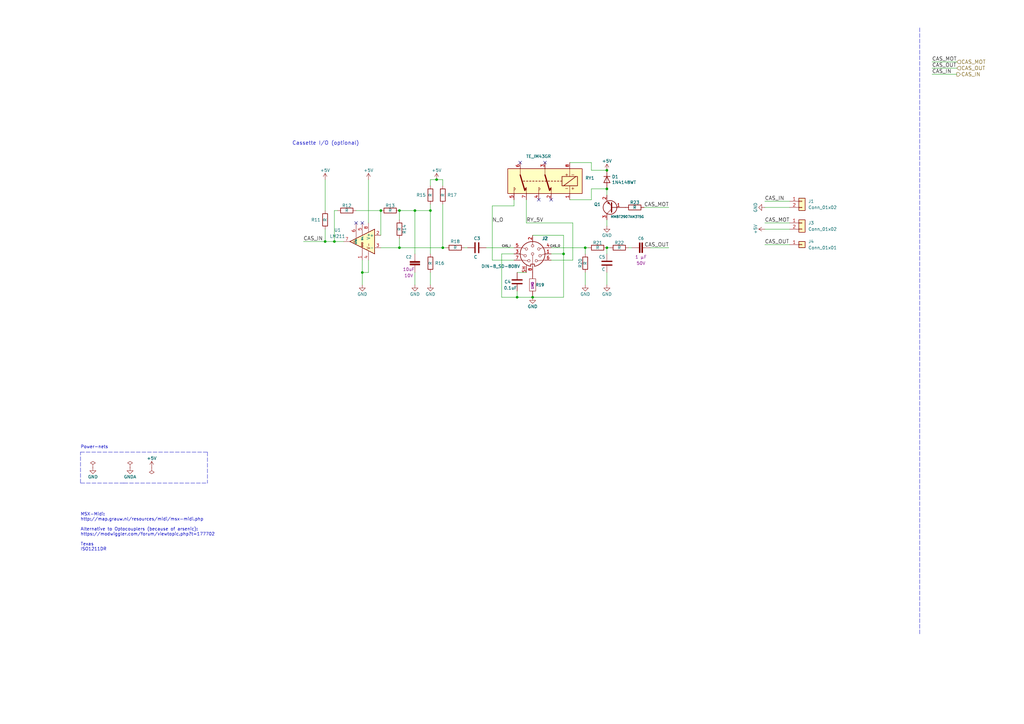
<source format=kicad_sch>
(kicad_sch (version 20211123) (generator eeschema)
  (paper "A3")
  (lib_symbols
    (symbol "Connector_Generic:Conn_01x01" (pin_names (offset 1.016) hide)
      (property "Reference" "J" (at 0 2.54 0))
      (property "Value" "Conn_01x01" (at 0 -2.54 0))
      (symbol "Conn_01x01_1_1"
        (rectangle (start -1.27 0.127) (end 0 -0.127) (stroke (width 0.1524)))
        (rectangle (start -1.27 1.27) (end 1.27 -1.27) (stroke (width 0.254)) (fill (type background)))
        (pin passive line (at -5.08 0 0) (length 3.81) (name "Pin_1") (number "1"))
      )
    )
    (symbol "Connector_Generic:Conn_01x02" (pin_names (offset 1.016) hide)
      (property "Reference" "J" (at 0 2.54 0))
      (property "Value" "Conn_01x02" (at 0 -5.08 0))
      (symbol "Conn_01x02_1_1"
        (rectangle (start -1.27 -2.413) (end 0 -2.667) (stroke (width 0.1524)))
        (rectangle (start -1.27 0.127) (end 0 -0.127) (stroke (width 0.1524)))
        (rectangle (start -1.27 1.27) (end 1.27 -3.81) (stroke (width 0.254)) (fill (type background)))
        (pin passive line (at -5.08 0 0) (length 3.81) (name "Pin_1") (number "1"))
        (pin passive line (at -5.08 -2.54 0) (length 3.81) (name "Pin_2") (number "2"))
      )
    )
    (symbol "Device:C" (pin_numbers hide) (pin_names (offset 0.254))
      (property "Reference" "C" (at 0.635 2.54 0))
      (property "Value" "C" (at 0.635 -2.54 0))
      (symbol "C_0_1"
        (polyline (pts (xy -2.032 -0.762) (xy 2.032 -0.762)) (stroke (width 0.508)))
        (polyline (pts (xy -2.032 0.762) (xy 2.032 0.762)) (stroke (width 0.508)))
      )
      (symbol "C_1_1"
        (pin passive line (at 0 3.81 270) (length 2.794) (name "~") (number "1"))
        (pin passive line (at 0 -3.81 90) (length 2.794) (name "~") (number "2"))
      )
    )
    (symbol "Device:R" (pin_numbers hide) (pin_names (offset 0))
      (property "Reference" "R" (at 2.032 0 90))
      (property "Value" "R" (at 0 0 90))
      (symbol "R_0_1"
        (rectangle (start -1.016 -2.54) (end 1.016 2.54) (stroke (width 0.254)))
      )
      (symbol "R_1_1"
        (pin passive line (at 0 3.81 270) (length 1.27) (name "~") (number "1"))
        (pin passive line (at 0 -3.81 90) (length 1.27) (name "~") (number "2"))
      )
    )
    (symbol "Diode:1N4148WT" (pin_numbers hide) (pin_names (offset 1.016) hide)
      (property "Reference" "D" (at 0 2.54 0))
      (property "Value" "1N4148WT" (at 0 -2.54 0))
      (symbol "1N4148WT_0_1"
        (polyline (pts (xy -1.27 1.27) (xy -1.27 -1.27)) (stroke (width 0.254)))
        (polyline (pts (xy 1.27 0) (xy -1.27 0)))
        (polyline (pts (xy 1.27 1.27) (xy 1.27 -1.27) (xy -1.27 0) (xy 1.27 1.27)) (stroke (width 0.254)))
      )
      (symbol "1N4148WT_1_1"
        (pin passive line (at -3.81 0 0) (length 2.54) (name "K") (number "1"))
        (pin passive line (at 3.81 0 180) (length 2.54) (name "A") (number "2"))
      )
    )
    (symbol "LRJ-parts:C_CL21B105KBFNNNF" (pin_numbers hide) (pin_names (offset 1.016) hide)
      (property "Reference" "C" (at 1.524 2.921 0))
      (property "Capacitance" "1 µF" (at -5.08 1.27 0))
      (property "Voltage rating" "50V" (at -5.08 -1.27 0))
      (symbol "C_CL21B105KBFNNNF_1_0"
        (polyline (pts (xy 0 0) (xy 0 0.508)))
        (polyline (pts (xy 0 2.54) (xy 0 2.032)))
      )
      (symbol "C_CL21B105KBFNNNF_1_1"
        (rectangle (start -2.032 0.508) (end 2.032 1.016) (fill (type outline)))
        (rectangle (start -2.032 1.524) (end 2.032 2.032) (fill (type outline)))
        (pin passive line (at 0 5.08 270) (length 2.54) (name "1") (number "1"))
        (pin passive line (at 0 -2.54 90) (length 2.54) (name "2") (number "2"))
      )
    )
    (symbol "LRJ-parts:C_GRM21BR71A106KA73K" (pin_numbers hide) (pin_names (offset 1.016) hide)
      (property "Reference" "C" (at 1.524 1.651 0))
      (property "MPN" "GRM21BR71A106KA73K" (at 15.24 3.81 0))
      (property "Capacitance" "10uF" (at -5.08 0 0))
      (property "Voltage rating" "10V" (at -5.08 -2.54 0))
      (symbol "C_GRM21BR71A106KA73K_1_0"
        (polyline (pts (xy 0 -1.27) (xy 0 -0.762)))
        (polyline (pts (xy 0 1.27) (xy 0 0.762)))
      )
      (symbol "C_GRM21BR71A106KA73K_1_1"
        (rectangle (start -2.032 -0.762) (end 2.032 -0.254) (fill (type outline)))
        (rectangle (start -2.032 0.254) (end 2.032 0.762) (fill (type outline)))
        (pin passive line (at 0 3.81 270) (length 2.54) (name "1") (number "1"))
        (pin passive line (at 0 -3.81 90) (length 2.54) (name "2") (number "2"))
      )
    )
    (symbol "LRJ-parts:DIN-8_SD-80BV" (pin_names (offset 1.016))
      (property "Reference" "J" (at 3.175 5.715 0))
      (property "Value" "DIN-8_SD-80BV" (at 5.08 -5.08 0))
      (symbol "DIN-8_SD-80BV_0_1"
        (arc (start -5.08 0) (mid -3.8597 -3.3379) (end -0.762 -5.08) (stroke (width 0.254)))
        (circle (center -3.048 -0.762) (radius 0.508))
        (circle (center -2.54 2.032) (radius 0.508))
        (circle (center -1.524 -2.794) (radius 0.508))
        (polyline (pts (xy -5.08 0) (xy -3.556 -0.508)))
        (polyline (pts (xy 0 -0.508) (xy 0 -5.08)))
        (polyline (pts (xy 0 5.08) (xy 0 3.81)))
        (polyline (pts (xy 2.54 -5.08) (xy 2.54 -4.445)))
        (polyline (pts (xy 5.08 0) (xy 3.556 -0.508)))
        (polyline (pts (xy -5.08 -2.54) (xy -4.318 -2.54) (xy -2.032 -2.794)))
        (polyline (pts (xy -5.08 2.54) (xy -4.318 2.54) (xy -3.048 2.286)))
        (polyline (pts (xy 5.08 -2.54) (xy 4.318 -2.54) (xy 2.032 -2.794)))
        (polyline (pts (xy 5.08 2.54) (xy 4.318 2.54) (xy 3.048 2.286)))
        (polyline (pts (xy -0.762 -4.953) (xy -0.762 -4.191) (xy 0.762 -4.191) (xy 0.762 -4.953)) (stroke (width 0.254)))
        (circle (center 0 0) (radius 0.508))
        (circle (center 0 3.302) (radius 0.508))
        (arc (start 0.762 -5.08) (mid 3.8673 -3.3444) (end 5.08 0) (stroke (width 0.254)))
        (circle (center 1.524 -2.794) (radius 0.508))
        (circle (center 2.54 2.032) (radius 0.508))
        (circle (center 3.048 -0.762) (radius 0.508))
        (arc (start 5.08 0) (mid 0 5.08) (end -5.08 0) (stroke (width 0.254)))
      )
      (symbol "DIN-8_SD-80BV_1_1"
        (pin passive line (at -7.62 0 0) (length 2.54) (name "1") (number "1"))
        (pin passive line (at 0 7.62 270) (length 2.54) (name "2") (number "2"))
        (pin passive line (at 7.62 0 180) (length 2.54) (name "3") (number "3"))
        (pin passive line (at -7.62 2.54 0) (length 2.54) (name "4") (number "4"))
        (pin passive line (at 7.62 2.54 180) (length 2.54) (name "5") (number "5"))
        (pin passive line (at -7.62 -2.54 0) (length 2.54) (name "6") (number "6"))
        (pin passive line (at 7.62 -2.54 180) (length 2.54) (name "7") (number "7"))
        (pin passive line (at 0 -7.62 90) (length 2.54) (name "8") (number "8"))
        (pin passive line (at 2.54 -7.62 90) (length 2.54) (name "SH") (number "SH"))
      )
    )
    (symbol "LRJ-parts:LM211" (pin_names (offset 0.254))
      (property "Reference" "U" (at 3.81 6.35 0))
      (property "Value" "LM211" (at 3.81 3.81 0))
      (symbol "LM211_0_1"
        (polyline (pts (xy -2.54 -3.81) (xy -2.54 -5.08)))
        (polyline (pts (xy 0 -2.54) (xy 0 -5.08)))
        (polyline (pts (xy 5.08 0) (xy -5.08 5.08) (xy -5.08 -5.08) (xy 5.08 0)) (stroke (width 0.254)) (fill (type background)))
        (polyline (pts (xy 3.683 -0.381) (xy 3.302 -0.381) (xy 3.683 0) (xy 3.302 0.381) (xy 2.921 0) (xy 3.302 -0.381) (xy 2.921 -0.381)) (stroke (width 0.127)))
      )
      (symbol "LM211_1_0"
        (text "GND" (at 0 -1.27 900) (effects (font (size 0.635 0.635))))
        (text "V-" (at -2.54 -1.905 900) (effects (font (size 1.27 1.27))))
      )
      (symbol "LM211_1_1"
        (pin passive line (at 0 -7.62 90) (length 2.54) (name "GND") (number "1"))
        (pin input line (at -7.62 2.54 0) (length 2.54) (name "+") (number "2"))
        (pin input line (at -7.62 -2.54 0) (length 2.54) (name "-") (number "3"))
        (pin power_in line (at -2.54 -7.62 90) (length 2.54) (name "V-") (number "4"))
        (pin input line (at 0 7.62 270) (length 5.08) (name "BAL") (number "5"))
        (pin input line (at 2.54 7.62 270) (length 6.35) (name "STRB") (number "6"))
        (pin open_collector line (at 7.62 0 180) (length 2.54) (name "COL_OUT") (number "7"))
        (pin power_in line (at -2.54 7.62 270) (length 3.81) (name "V+") (number "8"))
      )
    )
    (symbol "LRJ-parts:MMBT2907AM3T5G" (pin_names (offset 0) hide)
      (property "Reference" "Q" (at 5.08 1.905 0))
      (property "Value" "MMBT2907AM3T5G" (at 5.08 0 0))
      (symbol "MMBT2907AM3T5G_0_1"
        (polyline (pts (xy 0.635 0.635) (xy 2.54 2.54)))
        (polyline (pts (xy 0.635 -0.635) (xy 2.54 -2.54) (xy 2.54 -2.54)))
        (polyline (pts (xy 0.635 1.905) (xy 0.635 -1.905) (xy 0.635 -1.905)) (stroke (width 0.508)))
        (polyline (pts (xy 2.286 -1.778) (xy 1.778 -2.286) (xy 1.27 -1.27) (xy 2.286 -1.778) (xy 2.286 -1.778)) (fill (type outline)))
        (circle (center 1.27 0) (radius 2.8194) (stroke (width 0.254)))
      )
      (symbol "MMBT2907AM3T5G_1_1"
        (pin input line (at -5.08 0 0) (length 5.715) (name "B") (number "1"))
        (pin passive line (at 2.54 -5.08 90) (length 2.54) (name "E") (number "2"))
        (pin passive line (at 2.54 5.08 270) (length 2.54) (name "C") (number "3"))
      )
    )
    (symbol "LRJ-parts:R_ERJ-3GEYJ105V" (pin_numbers hide) (pin_names (offset 1.016) hide)
      (property "Reference" "R" (at -5.08 1.27 0))
      (property "Value" "R_ERJ-3GEYJ105V" (at -10.16 -3.81 0))
      (property "Resistance" "1MΩ" (at 0 0 0))
      (symbol "R_ERJ-3GEYJ105V_0_1"
        (rectangle (start -2.54 1.27) (end 2.54 -1.27))
      )
      (symbol "R_ERJ-3GEYJ105V_1_1"
        (pin passive line (at -5.08 0 0) (length 2.54) (name "1") (number "1"))
        (pin passive line (at 5.08 0 180) (length 2.54) (name "2") (number "2"))
      )
    )
    (symbol "LRJ-parts:TE_IM43GR" (pin_names (offset 0.762))
      (property "Reference" "RY" (at -17.78 7.62 0))
      (property "Value" "TE_IM43GR" (at -2.54 -10.16 0))
      (symbol "TE_IM43GR_0_0"
        (text "+ -" (at -10.16 -2.667 0) (effects (font (size 1.27 1.27))))
        (text "- +" (at -10.16 2.921 0) (effects (font (size 1.27 1.27))))
      )
      (symbol "TE_IM43GR_0_1"
        (rectangle (start -15.24 5.08) (end 15.24 -5.08) (stroke (width 0.254)) (fill (type background)))
        (rectangle (start -13.335 1.905) (end -6.985 -1.905) (stroke (width 0.254)))
        (polyline (pts (xy -12.7 -1.905) (xy -7.62 1.905)) (stroke (width 0.254)))
        (polyline (pts (xy -10.16 -5.08) (xy -10.16 -1.905)))
        (polyline (pts (xy -10.16 5.08) (xy -10.16 1.905)))
        (polyline (pts (xy -6.985 0) (xy -6.35 0)) (stroke (width 0.254)))
        (polyline (pts (xy -5.715 0) (xy -5.08 0)) (stroke (width 0.254)))
        (polyline (pts (xy -4.445 0) (xy -3.81 0)) (stroke (width 0.254)))
        (polyline (pts (xy -3.175 0) (xy -2.54 0)) (stroke (width 0.254)))
        (polyline (pts (xy -1.905 0) (xy -1.27 0)) (stroke (width 0.254)))
        (polyline (pts (xy -0.635 0) (xy 0 0)) (stroke (width 0.254)))
        (polyline (pts (xy 0 -2.54) (xy -1.905 3.81)) (stroke (width 0.508)))
        (polyline (pts (xy 0 -2.54) (xy 0 -5.08)))
        (polyline (pts (xy 0.635 0) (xy 1.27 0)) (stroke (width 0.254)))
        (polyline (pts (xy 1.905 0) (xy 2.54 0)) (stroke (width 0.254)))
        (polyline (pts (xy 3.175 0) (xy 3.81 0)) (stroke (width 0.254)))
        (polyline (pts (xy 4.445 0) (xy 5.08 0)) (stroke (width 0.254)))
        (polyline (pts (xy 5.715 0) (xy 6.35 0)) (stroke (width 0.254)))
        (polyline (pts (xy 6.985 0) (xy 7.62 0)) (stroke (width 0.254)))
        (polyline (pts (xy 8.255 0) (xy 8.89 0)) (stroke (width 0.254)))
        (polyline (pts (xy 10.16 -2.54) (xy 8.255 3.81)) (stroke (width 0.508)))
        (polyline (pts (xy 10.16 -2.54) (xy 10.16 -5.08)))
        (polyline (pts (xy -2.54 5.08) (xy -2.54 2.54) (xy -1.905 3.175) (xy -2.54 3.81)) (fill (type outline)))
        (polyline (pts (xy 2.54 5.08) (xy 2.54 2.54) (xy 1.905 3.175) (xy 2.54 3.81)))
        (polyline (pts (xy 7.62 5.08) (xy 7.62 2.54) (xy 8.255 3.175) (xy 7.62 3.81)) (fill (type outline)))
        (polyline (pts (xy 12.7 5.08) (xy 12.7 2.54) (xy 12.065 3.175) (xy 12.7 3.81)))
      )
      (symbol "TE_IM43GR_1_1"
        (pin passive line (at -10.16 7.62 270) (length 2.54) (name "~") (number "1"))
        (pin passive line (at -2.54 7.62 270) (length 2.54) (name "~") (number "2"))
        (pin passive line (at 0 -7.62 90) (length 2.54) (name "~") (number "3"))
        (pin passive line (at 2.54 7.62 270) (length 2.54) (name "~") (number "4"))
        (pin passive line (at 12.7 7.62 270) (length 2.54) (name "~") (number "5"))
        (pin passive line (at 10.16 -7.62 90) (length 2.54) (name "~") (number "6"))
        (pin passive line (at 7.62 7.62 270) (length 2.54) (name "~") (number "7"))
        (pin passive line (at -10.16 -7.62 90) (length 2.54) (name "~") (number "8"))
      )
    )
    (symbol "power:+5V" (power) (pin_names (offset 0))
      (property "Value" "+5V" (at 0 3.556 0))
      (symbol "+5V_0_1"
        (polyline (pts (xy -0.762 1.27) (xy 0 2.54)))
        (polyline (pts (xy 0 0) (xy 0 2.54)))
        (polyline (pts (xy 0 2.54) (xy 0.762 1.27)))
      )
      (symbol "+5V_1_1"
        (pin power_in line (at 0 0 90) (length 0) hide (name "+5V") (number "1"))
      )
    )
    (symbol "power:GND" (power) (pin_names (offset 0))
      (property "Value" "GND" (at 0 -3.81 0))
      (symbol "GND_0_1"
        (polyline (pts (xy 0 0) (xy 0 -1.27) (xy 1.27 -1.27) (xy 0 -2.54) (xy -1.27 -1.27) (xy 0 -1.27)))
      )
      (symbol "GND_1_1"
        (pin power_in line (at 0 0 270) (length 0) hide (name "GND") (number "1"))
      )
    )
    (symbol "power:GNDA" (power) (pin_names (offset 0))
      (property "Value" "GNDA" (at 0 -3.81 0))
      (symbol "GNDA_0_1"
        (polyline (pts (xy 0 0) (xy 0 -1.27) (xy 1.27 -1.27) (xy 0 -2.54) (xy -1.27 -1.27) (xy 0 -1.27)))
      )
      (symbol "GNDA_1_1"
        (pin power_in line (at 0 0 270) (length 0) hide (name "GNDA") (number "1"))
      )
    )
    (symbol "power:PWR_FLAG" (power) (pin_numbers hide) (pin_names (offset 0) hide)
      (property "Value" "PWR_FLAG" (at 0 3.81 0))
      (symbol "PWR_FLAG_0_0"
        (pin power_out line (at 0 0 90) (length 0) (name "pwr") (number "1"))
      )
      (symbol "PWR_FLAG_0_1"
        (polyline (pts (xy 0 0) (xy 0 1.27) (xy -1.016 1.905) (xy 0 2.54) (xy 1.016 1.905) (xy 0 1.27)))
      )
    )
  )
  (junction (at 170.18 86.36))
  (junction (at 156.21 86.36))
  (junction (at 133.35 99.06))
  (junction (at 248.92 77.47))
  (junction (at 248.92 101.6))
  (junction (at 231.14 104.14))
  (junction (at 212.09 121.92))
  (junction (at 181.61 101.6))
  (junction (at 179.07 73.66))
  (junction (at 163.83 86.36))
  (junction (at 137.16 99.06))
  (junction (at 176.53 86.36))
  (junction (at 248.92 69.85))
  (junction (at 148.59 111.76))
  (junction (at 240.03 101.6))
  (junction (at 218.44 121.92))
  (junction (at 163.83 101.6))
  (no_connect (at 213.36 66.675))
  (no_connect (at 146.05 91.44))
  (no_connect (at 223.52 66.675))
  (no_connect (at 226.06 81.915))
  (no_connect (at 220.98 81.915))
  (no_connect (at 148.59 91.44))
  (wire (pts (xy 151.13 111.76) (xy 148.59 111.76)))
  (polyline (pts (xy 50.8 198.12) (xy 85.09 198.12)))
  (wire (pts (xy 259.08 101.6) (xy 257.81 101.6)))
  (wire (pts (xy 226.06 106.68) (xy 234.95 106.68)))
  (wire (pts (xy 133.35 86.36) (xy 133.35 73.66)))
  (wire (pts (xy 240.03 101.6) (xy 241.3 101.6)))
  (wire (pts (xy 242.57 77.47) (xy 242.57 81.915)))
  (wire (pts (xy 205.74 104.14) (xy 210.82 104.14)))
  (wire (pts (xy 124.46 99.06) (xy 133.35 99.06)))
  (wire (pts (xy 205.74 104.14) (xy 205.74 121.92)))
  (wire (pts (xy 181.61 101.6) (xy 181.61 83.82)))
  (wire (pts (xy 133.35 99.06) (xy 137.16 99.06)))
  (wire (pts (xy 248.92 111.76) (xy 248.92 116.84)))
  (wire (pts (xy 212.09 119.38) (xy 212.09 121.92)))
  (wire (pts (xy 176.53 86.36) (xy 170.18 86.36)))
  (wire (pts (xy 170.18 111.76) (xy 170.18 116.84)))
  (wire (pts (xy 240.03 111.76) (xy 240.03 116.84)))
  (polyline (pts (xy 33.02 198.12) (xy 33.02 185.42)))
  (wire (pts (xy 137.16 99.06) (xy 140.97 99.06)))
  (polyline (pts (xy 85.09 185.42) (xy 85.09 198.12)))
  (wire (pts (xy 313.69 100.33) (xy 323.85 100.33)))
  (wire (pts (xy 248.92 101.6) (xy 250.19 101.6)))
  (wire (pts (xy 240.03 101.6) (xy 226.06 101.6)))
  (wire (pts (xy 151.13 106.68) (xy 151.13 111.76)))
  (polyline (pts (xy 33.02 185.42) (xy 85.09 185.42)))
  (wire (pts (xy 233.68 81.915) (xy 242.57 81.915)))
  (wire (pts (xy 248.92 90.17) (xy 248.92 92.71)))
  (wire (pts (xy 215.9 81.915) (xy 215.9 91.44)))
  (wire (pts (xy 212.09 121.92) (xy 218.44 121.92)))
  (wire (pts (xy 248.92 101.6) (xy 248.92 104.14)))
  (wire (pts (xy 313.69 85.09) (xy 323.85 85.09)))
  (wire (pts (xy 313.69 91.44) (xy 323.85 91.44)))
  (wire (pts (xy 163.83 86.36) (xy 163.83 90.17)))
  (wire (pts (xy 382.27 30.48) (xy 392.43 30.48)))
  (wire (pts (xy 163.83 86.36) (xy 170.18 86.36)))
  (wire (pts (xy 176.53 86.36) (xy 176.53 104.14)))
  (wire (pts (xy 382.27 27.94) (xy 392.43 27.94)))
  (wire (pts (xy 242.57 69.85) (xy 242.57 66.675)))
  (wire (pts (xy 170.18 86.36) (xy 170.18 104.14)))
  (wire (pts (xy 233.68 66.675) (xy 242.57 66.675)))
  (wire (pts (xy 234.95 91.44) (xy 215.9 91.44)))
  (wire (pts (xy 179.07 73.66) (xy 181.61 73.66)))
  (wire (pts (xy 163.83 97.79) (xy 163.83 101.6)))
  (wire (pts (xy 313.69 82.55) (xy 323.85 82.55)))
  (wire (pts (xy 242.57 77.47) (xy 248.92 77.47)))
  (wire (pts (xy 218.44 121.92) (xy 231.14 121.92)))
  (wire (pts (xy 137.16 86.36) (xy 137.16 99.06)))
  (wire (pts (xy 201.93 84.455) (xy 210.82 84.455)))
  (wire (pts (xy 242.57 69.85) (xy 248.92 69.85)))
  (wire (pts (xy 199.39 101.6) (xy 210.82 101.6)))
  (wire (pts (xy 264.16 85.09) (xy 274.32 85.09)))
  (wire (pts (xy 231.14 96.52) (xy 231.14 104.14)))
  (wire (pts (xy 181.61 101.6) (xy 163.83 101.6)))
  (wire (pts (xy 201.93 106.68) (xy 201.93 84.455)))
  (wire (pts (xy 226.06 104.14) (xy 231.14 104.14)))
  (wire (pts (xy 240.03 104.14) (xy 240.03 101.6)))
  (wire (pts (xy 138.43 86.36) (xy 137.16 86.36)))
  (wire (pts (xy 231.14 104.14) (xy 231.14 121.92)))
  (wire (pts (xy 210.82 106.68) (xy 201.93 106.68)))
  (wire (pts (xy 212.09 111.76) (xy 215.9 111.76)))
  (wire (pts (xy 163.83 101.6) (xy 156.21 101.6)))
  (wire (pts (xy 248.92 77.47) (xy 248.92 80.01)))
  (wire (pts (xy 181.61 101.6) (xy 182.88 101.6)))
  (wire (pts (xy 382.27 25.4) (xy 392.43 25.4)))
  (polyline (pts (xy 50.8 198.12) (xy 33.02 198.12)))
  (wire (pts (xy 190.5 101.6) (xy 191.77 101.6)))
  (wire (pts (xy 266.7 101.6) (xy 274.32 101.6)))
  (wire (pts (xy 151.13 91.44) (xy 151.13 73.66)))
  (wire (pts (xy 156.21 86.36) (xy 146.05 86.36)))
  (wire (pts (xy 179.07 73.66) (xy 176.53 73.66)))
  (wire (pts (xy 148.59 106.68) (xy 148.59 111.76)))
  (wire (pts (xy 210.82 84.455) (xy 210.82 81.915)))
  (wire (pts (xy 181.61 73.66) (xy 181.61 76.2)))
  (polyline (pts (xy 377.19 11.43) (xy 377.19 260.35)))
  (wire (pts (xy 156.21 96.52) (xy 156.21 86.36)))
  (wire (pts (xy 205.74 121.92) (xy 212.09 121.92)))
  (wire (pts (xy 231.14 96.52) (xy 218.44 96.52)))
  (wire (pts (xy 133.35 93.98) (xy 133.35 99.06)))
  (wire (pts (xy 234.95 106.68) (xy 234.95 91.44)))
  (wire (pts (xy 313.69 93.98) (xy 323.85 93.98)))
  (wire (pts (xy 148.59 111.76) (xy 148.59 116.84)))
  (wire (pts (xy 176.53 83.82) (xy 176.53 86.36)))
  (wire (pts (xy 176.53 111.76) (xy 176.53 116.84)))
  (wire (pts (xy 176.53 73.66) (xy 176.53 76.2)))
  (text "Power-nets" (at 33.02 184.15 0) (effects (font (size 1.27 1.27)) (justify left bottom)))
  (text "Cassette I/O (optional)" (at 147.32 59.69 180) (effects (font (size 1.524 1.524)) (justify right bottom)))
  (text "MSX-Midi:\nhttp://map.grauw.nl/resources/midi/msx-midi.php\n\nAlternative to Optocouplers (because of arsenic):\nhttps://modwiggler.com/forum/viewtopic.php?t=177702\n\nTexas\nISO1211DR" (at 33.02 226.06 0) (effects (font (size 1.27 1.27)) (justify left bottom)))
  (label "CAS_OUT" (at 382.27 27.94 0) (effects (font (size 1.524 1.524))))
  (label "CAS_IN" (at 313.69 82.55 0) (effects (font (size 1.524 1.524))))
  (label "CAS_OUT" (at 274.32 101.6 180) (effects (font (size 1.524 1.524))))
  (label "CAS_O" (at 229.87 101.6 180) (effects (font (size 0.889 0.889))))
  (label "RY_5V" (at 215.9 91.44 0) (effects (font (size 1.524 1.524))))
  (label "CAS_OUT" (at 313.69 100.33 0) (effects (font (size 1.524 1.524))))
  (label "CAS_MOT" (at 313.69 91.44 0) (effects (font (size 1.524 1.524))))
  (label "CAS_IN" (at 382.27 30.48 0) (effects (font (size 1.524 1.524))))
  (label "N_O" (at 201.93 91.44 0) (effects (font (size 1.524 1.524))))
  (label "CAS_MOT" (at 274.32 85.09 180) (effects (font (size 1.524 1.524))))
  (label "CAS_IN" (at 124.46 99.06 0) (effects (font (size 1.524 1.524))))
  (label "CAS_MOT" (at 382.27 25.4 0) (effects (font (size 1.524 1.524))))
  (label "CAS_I" (at 209.55 101.6 180) (effects (font (size 0.889 0.889))))
  (hierarchical_label "CAS_MOT" (shape input) (at 392.43 25.4 0) (effects (font (size 1.524 1.524))))
  (hierarchical_label "CAS_OUT" (shape input) (at 392.43 27.94 0) (effects (font (size 1.524 1.524))))
  (hierarchical_label "CAS_IN" (shape output) (at 392.43 30.48 0) (effects (font (size 1.524 1.524))))
  (symbol (lib_id "Device:C") (at 212.09 115.57 0) (mirror y) (unit 1)
    (property "Reference" "C4" (at 209.55 115.57 0) (effects (justify left)))
    (property "Value" "0.1uF" (at 212.09 118.11 0) (effects (justify left)))
    (property "Footprint" "Capacitor_SMD:C_0603_1608Metric" (effects hide))
  )
  (symbol (lib_id "power:+5V") (at 248.92 69.85 0) (mirror y) (unit 1)
    (property "Reference" "#PWR013" (effects hide))
    (property "Value" "+5V" (at 248.92 66.04 0))
  )
  (symbol (lib_id "Device:R") (at 133.35 90.17 0) (mirror x) (unit 1)
    (property "Reference" "R11" (at 129.54 90.17 0))
    (property "Value" "R" (at 133.35 90.17 90))
    (property "Footprint" "Resistor_SMD:R_0603_1608Metric" (effects hide))
  )
  (symbol (lib_id "Device:R") (at 260.35 85.09 270) (mirror x) (unit 1)
    (property "Reference" "R23" (at 260.35 83.058 90))
    (property "Value" "R" (at 260.35 85.09 90))
    (property "Footprint" "Resistor_SMD:R_0603_1608Metric" (effects hide))
  )
  (symbol (lib_id "Connector_Generic:Conn_01x02") (at 328.93 91.44 0) (unit 1)
    (property "Reference" "J3" (at 331.47 91.4399 0) (effects (justify left)))
    (property "Value" "Conn_01x02" (at 331.47 93.9799 0) (effects (justify left)))
    (property "Footprint" "Connector_PinHeader_2.54mm:PinHeader_1x02_P2.54mm_Horizontal" (effects hide))
  )
  (symbol (lib_id "power:+5V") (at 62.23 191.77 0) (unit 1)
    (property "Reference" "#PWR0107" (effects hide))
    (property "Value" "+5V" (at 62.23 187.96 0))
  )
  (symbol (lib_id "power:GND") (at 313.69 85.09 270) (mirror x) (unit 1)
    (property "Reference" "#PWR0101" (effects hide))
    (property "Value" "GND" (at 309.88 85.09 0))
  )
  (symbol (lib_id "power:GND") (at 240.03 116.84 0) (mirror y) (unit 1)
    (property "Reference" "#PWR012" (effects hide))
    (property "Value" "GND" (at 240.03 120.65 0))
  )
  (symbol (lib_id "LRJ-parts:R_ERJ-3GEYJ105V") (at 218.44 116.84 90) (unit 1)
    (property "Reference" "R19" (at 219.71 116.84 90) (effects (font (size 1.143 1.143)) (justify right)))
    (property "Value" "R_ERJ-3GEYJ105V" (effects hide))
    (property "Footprint" "Resistor_SMD:R_0603_1608Metric" (effects hide))
    (property "Datasheet" "https://industrial.panasonic.com/ww/products/pt/general-purpose-chip-resistors/models/ERJ3GEYJ105V" (effects hide))
    (property "Manufacturer" "Panasonic Electronic Components" (effects hide))
    (property "MPN" "ERJ-3GEYJ105V" (effects hide))
    (property "Resistance" "1MΩ" (at 218.44 115.57 0) (effects (font (size 0.889 0.889)) (justify right)))
    (property "Voltage rating" "75V" (effects hide))
    (property "Operating Temperature " " -55°C to +155°C" (effects hide))
    (property "Status" "Active" (effects hide))
    (property "Mounting type" "SMD" (effects hide))
  )
  (symbol (lib_id "power:GND") (at 38.1 191.77 0) (unit 1)
    (property "Reference" "#PWR0108" (effects hide))
    (property "Value" "GND" (at 38.1 195.58 0))
  )
  (symbol (lib_id "power:GNDA") (at 53.34 191.77 0) (unit 1)
    (property "Reference" "#PWR0105" (effects hide))
    (property "Value" "GNDA" (at 53.34 195.58 0))
  )
  (symbol (lib_id "LRJ-parts:DIN-8_SD-80BV") (at 218.44 104.14 0) (mirror y) (unit 1)
    (property "Reference" "J2" (at 223.52 97.79 0) (effects (font bold)))
    (property "Value" "DIN-8_SD-80BV" (at 213.36 109.22 0) (effects (justify left)))
    (property "Footprint" "LRJ:Jack_DIN_CUI_SD-80BV_Vertical" (effects hide))
    (property "Datasheet" "https://www.cuidevices.com/product/resource/digikeypdf/sd-bv-series.pdf" (effects hide))
    (property "Manufacturer" "CUI Devices" (effects hide))
    (property "MPN" "SD-80BV" (effects hide))
    (property "Current Rating" "1 A " (effects hide))
    (property "Voltage Rating" "24 VDC" (effects hide))
  )
  (symbol (lib_id "Device:R") (at 186.69 101.6 90) (mirror x) (unit 1)
    (property "Reference" "R18" (at 186.69 99.06 90))
    (property "Value" "R" (at 186.69 101.6 90))
    (property "Footprint" "Resistor_SMD:R_0603_1608Metric" (effects hide))
  )
  (symbol (lib_id "Diode:1N4148WT") (at 248.92 73.66 270) (unit 1)
    (property "Reference" "D1" (at 250.952 72.4916 90) (effects (justify left)))
    (property "Value" "1N4148WT" (at 250.952 74.803 90) (effects (justify left)))
    (property "Footprint" "Diode_SMD:D_SOD-523" (effects hide))
    (property "Datasheet" "https://www.diodes.com/assets/Datasheets/ds30396.pdf" (effects hide))
  )
  (symbol (lib_id "Device:R") (at 176.53 80.01 0) (mirror x) (unit 1)
    (property "Reference" "R15" (at 172.72 80.01 0))
    (property "Value" "R" (at 176.53 80.01 90))
    (property "Footprint" "Resistor_SMD:R_0603_1608Metric" (effects hide))
  )
  (symbol (lib_id "Device:R") (at 245.11 101.6 270) (mirror x) (unit 1)
    (property "Reference" "R21" (at 245.11 99.568 90))
    (property "Value" "R" (at 245.11 101.6 90))
    (property "Footprint" "Resistor_SMD:R_0603_1608Metric" (effects hide))
  )
  (symbol (lib_id "power:PWR_FLAG") (at 38.1 191.77 0) (unit 1)
    (property "Reference" "#FLG0103" (effects hide))
    (property "Value" "PWR_FLAG" (effects hide))
  )
  (symbol (lib_id "power:GND") (at 248.92 92.71 0) (mirror y) (unit 1)
    (property "Reference" "#PWR014" (effects hide))
    (property "Value" "GND" (at 248.92 96.52 0))
  )
  (symbol (lib_id "Connector_Generic:Conn_01x02") (at 328.93 82.55 0) (unit 1)
    (property "Reference" "J1" (at 331.47 82.5499 0) (effects (justify left)))
    (property "Value" "Conn_01x02" (at 331.47 85.0899 0) (effects (justify left)))
    (property "Footprint" "Connector_PinHeader_2.54mm:PinHeader_1x02_P2.54mm_Horizontal" (effects hide))
  )
  (symbol (lib_id "Device:R") (at 176.53 107.95 0) (mirror y) (unit 1)
    (property "Reference" "R16" (at 180.34 107.95 0))
    (property "Value" "R" (at 176.53 107.95 90))
    (property "Footprint" "Resistor_SMD:R_0603_1608Metric" (effects hide))
  )
  (symbol (lib_id "Device:R") (at 254 101.6 270) (mirror x) (unit 1)
    (property "Reference" "R22" (at 254 99.568 90))
    (property "Value" "R" (at 254 101.6 90))
    (property "Footprint" "Resistor_SMD:R_0603_1608Metric" (effects hide))
  )
  (symbol (lib_id "power:GND") (at 218.44 121.92 0) (unit 1)
    (property "Reference" "#PWR011" (effects hide))
    (property "Value" "GND" (at 218.44 125.73 0))
  )
  (symbol (lib_id "power:GND") (at 248.92 116.84 0) (mirror y) (unit 1)
    (property "Reference" "#PWR015" (effects hide))
    (property "Value" "GND" (at 248.92 120.65 0))
  )
  (symbol (lib_id "Device:R") (at 163.83 93.98 0) (mirror x) (unit 1)
    (property "Reference" "R14" (at 165.862 93.98 90))
    (property "Value" "R" (at 163.83 93.98 90))
    (property "Footprint" "Resistor_SMD:R_0603_1608Metric" (effects hide))
  )
  (symbol (lib_id "power:+5V") (at 151.13 73.66 0) (mirror y) (unit 1)
    (property "Reference" "#PWR07" (effects hide))
    (property "Value" "+5V" (at 151.13 69.85 0))
  )
  (symbol (lib_id "Device:R") (at 181.61 80.01 0) (mirror y) (unit 1)
    (property "Reference" "R17" (at 185.42 80.01 0))
    (property "Value" "R" (at 181.61 80.01 90))
    (property "Footprint" "Resistor_SMD:R_0603_1608Metric" (effects hide))
  )
  (symbol (lib_id "Device:C") (at 195.58 101.6 270) (mirror x) (unit 1)
    (property "Reference" "C3" (at 194.31 97.79 90) (effects (justify left)))
    (property "Value" "C" (at 194.31 105.41 90) (effects (justify left)))
    (property "Footprint" "Capacitor_SMD:C_0603_1608Metric" (effects hide))
  )
  (symbol (lib_id "power:GND") (at 148.59 116.84 0) (mirror y) (unit 1)
    (property "Reference" "#PWR06" (effects hide))
    (property "Value" "GND" (at 148.59 120.65 0))
  )
  (symbol (lib_id "power:+5V") (at 313.69 93.98 90) (mirror x) (unit 1)
    (property "Reference" "#PWR0102" (effects hide))
    (property "Value" "+5V" (at 309.88 93.98 0))
  )
  (symbol (lib_id "power:PWR_FLAG") (at 53.34 191.77 0) (unit 1)
    (property "Reference" "#FLG0105" (effects hide))
    (property "Value" "PWR_FLAG" (effects hide))
  )
  (symbol (lib_id "power:PWR_FLAG") (at 62.23 191.77 180) (unit 1)
    (property "Reference" "#FLG0101" (effects hide))
    (property "Value" "PWR_FLAG" (effects hide))
  )
  (symbol (lib_id "Connector_Generic:Conn_01x01") (at 328.93 100.33 0) (unit 1)
    (property "Reference" "J4" (at 331.47 99.0599 0) (effects (justify left)))
    (property "Value" "Conn_01x01" (at 331.47 101.5999 0) (effects (justify left)))
    (property "Footprint" "Connector_PinHeader_2.54mm:PinHeader_1x01_P2.54mm_Horizontal" (effects hide))
  )
  (symbol (lib_id "LRJ-parts:C_GRM21BR71A106KA73K") (at 170.18 107.95 0) (mirror y) (unit 1)
    (property "Reference" "C2" (at 167.64 105.41 0) (effects (font (size 1.143 1.143))))
    (property "Value" "C_GRM21BR71A106KA73K" (effects hide))
    (property "Footprint" "Capacitor_SMD:C_0805_2012Metric_Pad1.18x1.45mm_HandSolder" (effects hide))
    (property "Datasheet" "https://search.murata.co.jp/Ceramy/image/img/A01X/G101/ENG/GRM21BR71A106KA73-01.pdf" (effects hide))
    (property "Manufacturer" "Murata Electronics" (effects hide))
    (property "MPN" "GRM21BR71A106KA73K" (effects hide))
    (property "Capacitance" "10uF" (at 167.64 110.49 0))
    (property "Voltage rating" "10V" (at 167.64 113.03 0))
    (property "Tolerance" "±10%" (effects hide))
    (property " Temperature Coefficient " "X7R" (effects hide))
  )
  (symbol (lib_id "Device:R") (at 160.02 86.36 270) (mirror x) (unit 1)
    (property "Reference" "R13" (at 160.02 84.328 90))
    (property "Value" "R" (at 160.02 86.36 90))
    (property "Footprint" "Resistor_SMD:R_0603_1608Metric" (effects hide))
  )
  (symbol (lib_id "power:+5V") (at 179.07 73.66 0) (mirror y) (unit 1)
    (property "Reference" "#PWR010" (effects hide))
    (property "Value" "+5V" (at 179.07 69.85 0))
  )
  (symbol (lib_id "power:GND") (at 170.18 116.84 0) (mirror y) (unit 1)
    (property "Reference" "#PWR08" (effects hide))
    (property "Value" "GND" (at 170.18 120.65 0))
  )
  (symbol (lib_id "Device:R") (at 240.03 107.95 0) (mirror y) (unit 1)
    (property "Reference" "R20" (at 237.998 107.95 90))
    (property "Value" "R" (at 240.03 107.95 90))
    (property "Footprint" "Resistor_SMD:R_0603_1608Metric" (effects hide))
  )
  (symbol (lib_id "power:+5V") (at 133.35 73.66 0) (mirror y) (unit 1)
    (property "Reference" "#PWR05" (effects hide))
    (property "Value" "+5V" (at 133.35 69.85 0))
  )
  (symbol (lib_id "LRJ-parts:MMBT2907AM3T5G") (at 251.46 85.09 180) (unit 1)
    (property "Reference" "Q1" (at 246.38 83.8199 0) (effects (justify left)))
    (property "Value" "MMBT2907AM3T5G" (at 264.16 88.9 0) (effects (font (size 1 1)) (justify left)))
    (property "Footprint" "Package_TO_SOT_SMD:SOT-723" (effects hide))
    (property "Datasheet" "https://www.onsemi.com/pdf/datasheet/mmbt2907am3-d.pdf" (effects hide))
  )
  (symbol (lib_id "LRJ-parts:LM211") (at 148.59 99.06 0) (mirror y) (unit 1)
    (property "Reference" "U1" (at 138.43 94.361 0))
    (property "Value" "LM211" (at 138.43 96.901 0))
    (property "Footprint" "Package_SO:SOIC-8_3.9x4.9mm_P1.27mm" (effects hide))
    (property "Datasheet" "https://www.ti.com/general/docs/suppproductinfo.tsp?distId=10&gotoUrl=https%3A%2F%2Fwww.ti.com%2Flit%2Fgpn%2Flm211" (effects hide))
    (property "Description" "IC DIFF COMPARATOR W/STRB 8-SOIC" (effects hide))
    (property "Manufacturer" "Texas Instruments" (effects hide))
    (property "MPN" "LM211DR" (effects hide))
    (property "Voltage Rating" "30V" (effects hide))
    (property "Current Rating" "50 mA" (effects hide))
  )
  (symbol (lib_id "power:GND") (at 176.53 116.84 0) (mirror y) (unit 1)
    (property "Reference" "#PWR09" (effects hide))
    (property "Value" "GND" (at 176.53 120.65 0))
  )
  (symbol (lib_id "LRJ-parts:TE_IM43GR") (at 223.52 74.295 180) (unit 1)
    (property "Reference" "RY1" (at 240.03 73.0249 0) (effects (justify right)))
    (property "Value" "TE_IM43GR" (at 226.06 64.135 0) (effects (justify left)))
    (property "Footprint" "LRJ:Relay_DPDT_AXICOM_IMSeries_GullWing" (effects hide))
    (property "Datasheet" "https://www.te.com/commerce/DocumentDelivery/DDEController?Action=srchrtrv&DocNm=1-1773734-7_IM_Relay_I_Type&DocType=DS&DocLang=English" (effects hide))
    (property "Description" "High Frequency / RF Relays 5VDC Latching Single coil gullwing" (effects hide))
    (property "Manufacturer" "TE Connectivity" (effects hide))
    (property "MPN" "IM43GR" (effects hide))
    (property "Voltage Rating" "250V" (effects hide))
    (property "Current Rating" "2A" (effects hide))
  )
  (symbol (lib_id "Device:C") (at 248.92 107.95 0) (mirror y) (unit 1)
    (property "Reference" "C5" (at 248.285 105.41 0) (effects (justify left)))
    (property "Value" "C" (at 248.285 110.49 0) (effects (justify left)))
    (property "Footprint" "Capacitor_SMD:C_0603_1608Metric" (effects hide))
  )
  (symbol (lib_id "Device:R") (at 142.24 86.36 270) (mirror x) (unit 1)
    (property "Reference" "R12" (at 142.24 84.328 90))
    (property "Value" "R" (at 142.24 86.36 90))
    (property "Footprint" "Resistor_SMD:R_0805_2012Metric" (effects hide))
  )
  (symbol (lib_id "LRJ-parts:C_CL21B105KBFNNNF") (at 264.16 101.6 90) (unit 1)
    (property "Reference" "C6" (at 262.89 97.79 90) (effects (font (size 1.143 1.143))))
    (property "Value" "C_CL21B105KBFNNNF" (effects hide))
    (property "Footprint" "Capacitor_SMD:C_0805_2012Metric_Pad1.18x1.45mm_HandSolder" (effects hide))
    (property "Datasheet" "http://www.samsungsem.com/kr/support/product-search/mlcc/CL21B105KBFNNNF.jsp" (effects hide))
    (property "Capacitance" "1 µF" (at 262.89 105.41 90))
    (property "MPN" "CL21B105KBFNNNF" (effects hide))
    (property "Manufacturer" "Samsung Electro-Mechanics" (effects hide))
    (property "Voltage rating" "50V" (at 262.89 107.95 90))
  )
)
</source>
